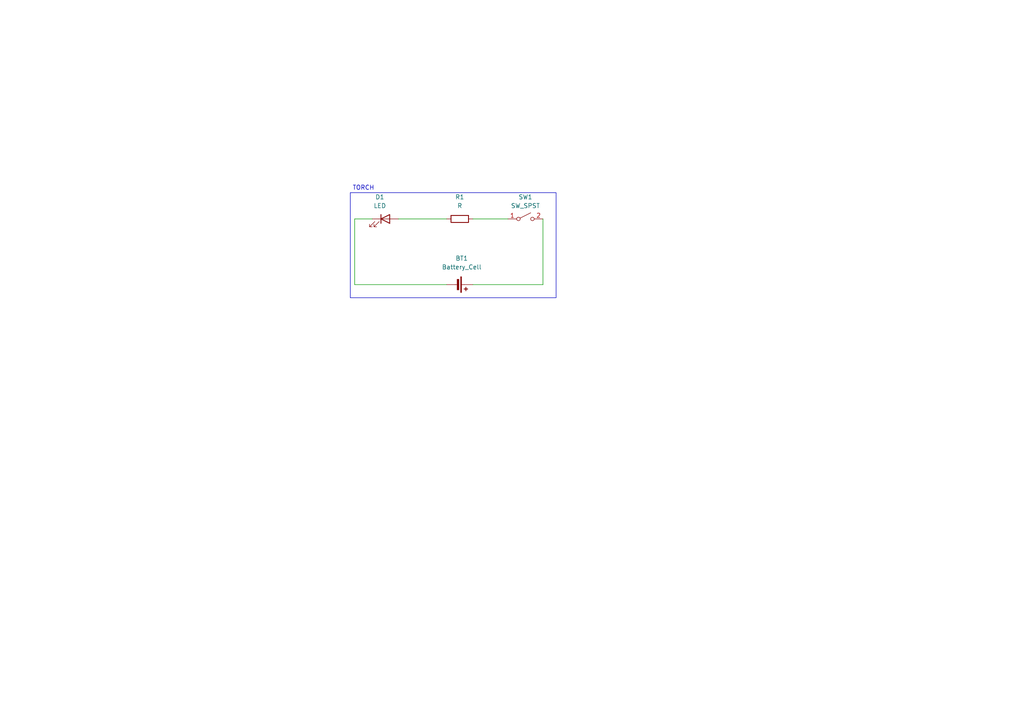
<source format=kicad_sch>
(kicad_sch
	(version 20231120)
	(generator "eeschema")
	(generator_version "8.0")
	(uuid "1e647c3e-42f4-4d38-98cb-fb1cddf17ea6")
	(paper "A4")
	(title_block
		(title "Torch 1")
		(date "18/4/25")
		(company "from udemy")
	)
	(lib_symbols
		(symbol "Device:Battery_Cell"
			(pin_numbers hide)
			(pin_names
				(offset 0) hide)
			(exclude_from_sim no)
			(in_bom yes)
			(on_board yes)
			(property "Reference" "BT"
				(at 2.54 2.54 0)
				(effects
					(font
						(size 1.27 1.27)
					)
					(justify left)
				)
			)
			(property "Value" "Battery_Cell"
				(at 2.54 0 0)
				(effects
					(font
						(size 1.27 1.27)
					)
					(justify left)
				)
			)
			(property "Footprint" ""
				(at 0 1.524 90)
				(effects
					(font
						(size 1.27 1.27)
					)
					(hide yes)
				)
			)
			(property "Datasheet" "~"
				(at 0 1.524 90)
				(effects
					(font
						(size 1.27 1.27)
					)
					(hide yes)
				)
			)
			(property "Description" "Single-cell battery"
				(at 0 0 0)
				(effects
					(font
						(size 1.27 1.27)
					)
					(hide yes)
				)
			)
			(property "ki_keywords" "battery cell"
				(at 0 0 0)
				(effects
					(font
						(size 1.27 1.27)
					)
					(hide yes)
				)
			)
			(symbol "Battery_Cell_0_1"
				(rectangle
					(start -2.286 1.778)
					(end 2.286 1.524)
					(stroke
						(width 0)
						(type default)
					)
					(fill
						(type outline)
					)
				)
				(rectangle
					(start -1.524 1.016)
					(end 1.524 0.508)
					(stroke
						(width 0)
						(type default)
					)
					(fill
						(type outline)
					)
				)
				(polyline
					(pts
						(xy 0 0.762) (xy 0 0)
					)
					(stroke
						(width 0)
						(type default)
					)
					(fill
						(type none)
					)
				)
				(polyline
					(pts
						(xy 0 1.778) (xy 0 2.54)
					)
					(stroke
						(width 0)
						(type default)
					)
					(fill
						(type none)
					)
				)
				(polyline
					(pts
						(xy 0.762 3.048) (xy 1.778 3.048)
					)
					(stroke
						(width 0.254)
						(type default)
					)
					(fill
						(type none)
					)
				)
				(polyline
					(pts
						(xy 1.27 3.556) (xy 1.27 2.54)
					)
					(stroke
						(width 0.254)
						(type default)
					)
					(fill
						(type none)
					)
				)
			)
			(symbol "Battery_Cell_1_1"
				(pin passive line
					(at 0 5.08 270)
					(length 2.54)
					(name "+"
						(effects
							(font
								(size 1.27 1.27)
							)
						)
					)
					(number "1"
						(effects
							(font
								(size 1.27 1.27)
							)
						)
					)
				)
				(pin passive line
					(at 0 -2.54 90)
					(length 2.54)
					(name "-"
						(effects
							(font
								(size 1.27 1.27)
							)
						)
					)
					(number "2"
						(effects
							(font
								(size 1.27 1.27)
							)
						)
					)
				)
			)
		)
		(symbol "Device:LED"
			(pin_numbers hide)
			(pin_names
				(offset 1.016) hide)
			(exclude_from_sim no)
			(in_bom yes)
			(on_board yes)
			(property "Reference" "D"
				(at 0 2.54 0)
				(effects
					(font
						(size 1.27 1.27)
					)
				)
			)
			(property "Value" "LED"
				(at 0 -2.54 0)
				(effects
					(font
						(size 1.27 1.27)
					)
				)
			)
			(property "Footprint" ""
				(at 0 0 0)
				(effects
					(font
						(size 1.27 1.27)
					)
					(hide yes)
				)
			)
			(property "Datasheet" "~"
				(at 0 0 0)
				(effects
					(font
						(size 1.27 1.27)
					)
					(hide yes)
				)
			)
			(property "Description" "Light emitting diode"
				(at 0 0 0)
				(effects
					(font
						(size 1.27 1.27)
					)
					(hide yes)
				)
			)
			(property "ki_keywords" "LED diode"
				(at 0 0 0)
				(effects
					(font
						(size 1.27 1.27)
					)
					(hide yes)
				)
			)
			(property "ki_fp_filters" "LED* LED_SMD:* LED_THT:*"
				(at 0 0 0)
				(effects
					(font
						(size 1.27 1.27)
					)
					(hide yes)
				)
			)
			(symbol "LED_0_1"
				(polyline
					(pts
						(xy -1.27 -1.27) (xy -1.27 1.27)
					)
					(stroke
						(width 0.254)
						(type default)
					)
					(fill
						(type none)
					)
				)
				(polyline
					(pts
						(xy -1.27 0) (xy 1.27 0)
					)
					(stroke
						(width 0)
						(type default)
					)
					(fill
						(type none)
					)
				)
				(polyline
					(pts
						(xy 1.27 -1.27) (xy 1.27 1.27) (xy -1.27 0) (xy 1.27 -1.27)
					)
					(stroke
						(width 0.254)
						(type default)
					)
					(fill
						(type none)
					)
				)
				(polyline
					(pts
						(xy -3.048 -0.762) (xy -4.572 -2.286) (xy -3.81 -2.286) (xy -4.572 -2.286) (xy -4.572 -1.524)
					)
					(stroke
						(width 0)
						(type default)
					)
					(fill
						(type none)
					)
				)
				(polyline
					(pts
						(xy -1.778 -0.762) (xy -3.302 -2.286) (xy -2.54 -2.286) (xy -3.302 -2.286) (xy -3.302 -1.524)
					)
					(stroke
						(width 0)
						(type default)
					)
					(fill
						(type none)
					)
				)
			)
			(symbol "LED_1_1"
				(pin passive line
					(at -3.81 0 0)
					(length 2.54)
					(name "K"
						(effects
							(font
								(size 1.27 1.27)
							)
						)
					)
					(number "1"
						(effects
							(font
								(size 1.27 1.27)
							)
						)
					)
				)
				(pin passive line
					(at 3.81 0 180)
					(length 2.54)
					(name "A"
						(effects
							(font
								(size 1.27 1.27)
							)
						)
					)
					(number "2"
						(effects
							(font
								(size 1.27 1.27)
							)
						)
					)
				)
			)
		)
		(symbol "Device:R"
			(pin_numbers hide)
			(pin_names
				(offset 0)
			)
			(exclude_from_sim no)
			(in_bom yes)
			(on_board yes)
			(property "Reference" "R"
				(at 2.032 0 90)
				(effects
					(font
						(size 1.27 1.27)
					)
				)
			)
			(property "Value" "R"
				(at 0 0 90)
				(effects
					(font
						(size 1.27 1.27)
					)
				)
			)
			(property "Footprint" ""
				(at -1.778 0 90)
				(effects
					(font
						(size 1.27 1.27)
					)
					(hide yes)
				)
			)
			(property "Datasheet" "~"
				(at 0 0 0)
				(effects
					(font
						(size 1.27 1.27)
					)
					(hide yes)
				)
			)
			(property "Description" "Resistor"
				(at 0 0 0)
				(effects
					(font
						(size 1.27 1.27)
					)
					(hide yes)
				)
			)
			(property "ki_keywords" "R res resistor"
				(at 0 0 0)
				(effects
					(font
						(size 1.27 1.27)
					)
					(hide yes)
				)
			)
			(property "ki_fp_filters" "R_*"
				(at 0 0 0)
				(effects
					(font
						(size 1.27 1.27)
					)
					(hide yes)
				)
			)
			(symbol "R_0_1"
				(rectangle
					(start -1.016 -2.54)
					(end 1.016 2.54)
					(stroke
						(width 0.254)
						(type default)
					)
					(fill
						(type none)
					)
				)
			)
			(symbol "R_1_1"
				(pin passive line
					(at 0 3.81 270)
					(length 1.27)
					(name "~"
						(effects
							(font
								(size 1.27 1.27)
							)
						)
					)
					(number "1"
						(effects
							(font
								(size 1.27 1.27)
							)
						)
					)
				)
				(pin passive line
					(at 0 -3.81 90)
					(length 1.27)
					(name "~"
						(effects
							(font
								(size 1.27 1.27)
							)
						)
					)
					(number "2"
						(effects
							(font
								(size 1.27 1.27)
							)
						)
					)
				)
			)
		)
		(symbol "Switch:SW_SPST"
			(pin_names
				(offset 0) hide)
			(exclude_from_sim no)
			(in_bom yes)
			(on_board yes)
			(property "Reference" "SW"
				(at 0 3.175 0)
				(effects
					(font
						(size 1.27 1.27)
					)
				)
			)
			(property "Value" "SW_SPST"
				(at 0 -2.54 0)
				(effects
					(font
						(size 1.27 1.27)
					)
				)
			)
			(property "Footprint" ""
				(at 0 0 0)
				(effects
					(font
						(size 1.27 1.27)
					)
					(hide yes)
				)
			)
			(property "Datasheet" "~"
				(at 0 0 0)
				(effects
					(font
						(size 1.27 1.27)
					)
					(hide yes)
				)
			)
			(property "Description" "Single Pole Single Throw (SPST) switch"
				(at 0 0 0)
				(effects
					(font
						(size 1.27 1.27)
					)
					(hide yes)
				)
			)
			(property "ki_keywords" "switch lever"
				(at 0 0 0)
				(effects
					(font
						(size 1.27 1.27)
					)
					(hide yes)
				)
			)
			(symbol "SW_SPST_0_0"
				(circle
					(center -2.032 0)
					(radius 0.508)
					(stroke
						(width 0)
						(type default)
					)
					(fill
						(type none)
					)
				)
				(polyline
					(pts
						(xy -1.524 0.254) (xy 1.524 1.778)
					)
					(stroke
						(width 0)
						(type default)
					)
					(fill
						(type none)
					)
				)
				(circle
					(center 2.032 0)
					(radius 0.508)
					(stroke
						(width 0)
						(type default)
					)
					(fill
						(type none)
					)
				)
			)
			(symbol "SW_SPST_1_1"
				(pin passive line
					(at -5.08 0 0)
					(length 2.54)
					(name "A"
						(effects
							(font
								(size 1.27 1.27)
							)
						)
					)
					(number "1"
						(effects
							(font
								(size 1.27 1.27)
							)
						)
					)
				)
				(pin passive line
					(at 5.08 0 180)
					(length 2.54)
					(name "B"
						(effects
							(font
								(size 1.27 1.27)
							)
						)
					)
					(number "2"
						(effects
							(font
								(size 1.27 1.27)
							)
						)
					)
				)
			)
		)
	)
	(wire
		(pts
			(xy 157.48 82.55) (xy 137.16 82.55)
		)
		(stroke
			(width 0)
			(type default)
		)
		(uuid "22ec4f17-5fe1-4dd8-94a7-e5e2f7f6a3e0")
	)
	(wire
		(pts
			(xy 102.87 82.55) (xy 129.54 82.55)
		)
		(stroke
			(width 0)
			(type default)
		)
		(uuid "47d792c9-b271-43bd-beeb-5c04fcf4f5ad")
	)
	(wire
		(pts
			(xy 157.48 63.5) (xy 157.48 82.55)
		)
		(stroke
			(width 0)
			(type default)
		)
		(uuid "60cccb92-c4fc-4b4d-901e-e1c04e96e75d")
	)
	(wire
		(pts
			(xy 137.16 63.5) (xy 147.32 63.5)
		)
		(stroke
			(width 0)
			(type default)
		)
		(uuid "779bca4b-ef19-41e6-b25f-e1c19f22046c")
	)
	(wire
		(pts
			(xy 102.87 63.5) (xy 102.87 82.55)
		)
		(stroke
			(width 0)
			(type default)
		)
		(uuid "8aaa3a5b-ca0b-4df6-947b-278b23305153")
	)
	(wire
		(pts
			(xy 115.57 63.5) (xy 129.54 63.5)
		)
		(stroke
			(width 0)
			(type default)
		)
		(uuid "d4b86233-046b-45be-b43d-790a5fb41c80")
	)
	(wire
		(pts
			(xy 107.95 63.5) (xy 102.87 63.5)
		)
		(stroke
			(width 0)
			(type default)
		)
		(uuid "dcf8538c-8e78-452b-8d8c-4a5628d0ddd4")
	)
	(text_box ""
		(exclude_from_sim no)
		(at 101.6 55.88 0)
		(size 59.69 30.48)
		(stroke
			(width 0)
			(type default)
		)
		(fill
			(type none)
		)
		(effects
			(font
				(size 1.27 1.27)
			)
			(justify left top)
		)
		(uuid "801aad17-74a3-40c6-b98d-d1d44c4514b7")
	)
	(text "TORCH"
		(exclude_from_sim no)
		(at 105.41 54.61 0)
		(effects
			(font
				(size 1.27 1.27)
			)
		)
		(uuid "9158b2a8-9cc0-4558-8885-9e1fb245da53")
	)
	(symbol
		(lib_id "Device:Battery_Cell")
		(at 132.08 82.55 270)
		(unit 1)
		(exclude_from_sim no)
		(in_bom yes)
		(on_board yes)
		(dnp no)
		(fields_autoplaced yes)
		(uuid "097a3cfb-2099-4e0e-ac57-46284f560f5d")
		(property "Reference" "BT1"
			(at 133.9215 74.93 90)
			(effects
				(font
					(size 1.27 1.27)
				)
			)
		)
		(property "Value" "Battery_Cell"
			(at 133.9215 77.47 90)
			(effects
				(font
					(size 1.27 1.27)
				)
			)
		)
		(property "Footprint" "Battery:BatteryHolder_Keystone_1058_1x2032"
			(at 133.604 82.55 90)
			(effects
				(font
					(size 1.27 1.27)
				)
				(hide yes)
			)
		)
		(property "Datasheet" "~"
			(at 133.604 82.55 90)
			(effects
				(font
					(size 1.27 1.27)
				)
				(hide yes)
			)
		)
		(property "Description" "Single-cell battery"
			(at 132.08 82.55 0)
			(effects
				(font
					(size 1.27 1.27)
				)
				(hide yes)
			)
		)
		(pin "2"
			(uuid "585f226b-4c59-4bba-a234-fe138bff9d1a")
		)
		(pin "1"
			(uuid "1f29f544-5183-4b81-bec0-83159e798adc")
		)
		(instances
			(project ""
				(path "/1e647c3e-42f4-4d38-98cb-fb1cddf17ea6"
					(reference "BT1")
					(unit 1)
				)
			)
		)
	)
	(symbol
		(lib_id "Device:LED")
		(at 111.76 63.5 0)
		(unit 1)
		(exclude_from_sim no)
		(in_bom yes)
		(on_board yes)
		(dnp no)
		(fields_autoplaced yes)
		(uuid "185c31be-7847-4350-a984-54936dfc6ddf")
		(property "Reference" "D1"
			(at 110.1725 57.15 0)
			(effects
				(font
					(size 1.27 1.27)
				)
			)
		)
		(property "Value" "LED"
			(at 110.1725 59.69 0)
			(effects
				(font
					(size 1.27 1.27)
				)
			)
		)
		(property "Footprint" "LED_THT:LED_D3.0mm"
			(at 111.76 63.5 0)
			(effects
				(font
					(size 1.27 1.27)
				)
				(hide yes)
			)
		)
		(property "Datasheet" "~"
			(at 111.76 63.5 0)
			(effects
				(font
					(size 1.27 1.27)
				)
				(hide yes)
			)
		)
		(property "Description" "Light emitting diode"
			(at 111.76 63.5 0)
			(effects
				(font
					(size 1.27 1.27)
				)
				(hide yes)
			)
		)
		(pin "1"
			(uuid "7f4c24fb-a791-41cf-8775-a8bc564b1fe3")
		)
		(pin "2"
			(uuid "aee590fe-aaa6-43cf-9da2-c522f4b45cf7")
		)
		(instances
			(project ""
				(path "/1e647c3e-42f4-4d38-98cb-fb1cddf17ea6"
					(reference "D1")
					(unit 1)
				)
			)
		)
	)
	(symbol
		(lib_id "Device:R")
		(at 133.35 63.5 90)
		(unit 1)
		(exclude_from_sim no)
		(in_bom yes)
		(on_board yes)
		(dnp no)
		(fields_autoplaced yes)
		(uuid "52f88f87-e2a5-49e8-8afe-a1162cad4661")
		(property "Reference" "R1"
			(at 133.35 57.15 90)
			(effects
				(font
					(size 1.27 1.27)
				)
			)
		)
		(property "Value" "R"
			(at 133.35 59.69 90)
			(effects
				(font
					(size 1.27 1.27)
				)
			)
		)
		(property "Footprint" "Resistor_THT:R_Axial_DIN0204_L3.6mm_D1.6mm_P7.62mm_Horizontal"
			(at 133.35 65.278 90)
			(effects
				(font
					(size 1.27 1.27)
				)
				(hide yes)
			)
		)
		(property "Datasheet" "~"
			(at 133.35 63.5 0)
			(effects
				(font
					(size 1.27 1.27)
				)
				(hide yes)
			)
		)
		(property "Description" "Resistor"
			(at 133.35 63.5 0)
			(effects
				(font
					(size 1.27 1.27)
				)
				(hide yes)
			)
		)
		(pin "2"
			(uuid "f915da5b-a7b5-4ac5-990a-eeee6534b436")
		)
		(pin "1"
			(uuid "95e94dc1-b256-49ba-8cbc-4ddd36f32244")
		)
		(instances
			(project ""
				(path "/1e647c3e-42f4-4d38-98cb-fb1cddf17ea6"
					(reference "R1")
					(unit 1)
				)
			)
		)
	)
	(symbol
		(lib_id "Switch:SW_SPST")
		(at 152.4 63.5 0)
		(unit 1)
		(exclude_from_sim no)
		(in_bom yes)
		(on_board yes)
		(dnp no)
		(fields_autoplaced yes)
		(uuid "75cd257d-9f3e-4372-966f-4938f7514206")
		(property "Reference" "SW1"
			(at 152.4 57.15 0)
			(effects
				(font
					(size 1.27 1.27)
				)
			)
		)
		(property "Value" "SW_SPST"
			(at 152.4 59.69 0)
			(effects
				(font
					(size 1.27 1.27)
				)
			)
		)
		(property "Footprint" "Button_Switch_THT:SW_SPST_Omron_B3F-40xx"
			(at 152.4 63.5 0)
			(effects
				(font
					(size 1.27 1.27)
				)
				(hide yes)
			)
		)
		(property "Datasheet" "~"
			(at 152.4 63.5 0)
			(effects
				(font
					(size 1.27 1.27)
				)
				(hide yes)
			)
		)
		(property "Description" "Single Pole Single Throw (SPST) switch"
			(at 152.4 63.5 0)
			(effects
				(font
					(size 1.27 1.27)
				)
				(hide yes)
			)
		)
		(pin "2"
			(uuid "7a05b4bb-f1fe-4e62-8920-3b8f53798d20")
		)
		(pin "1"
			(uuid "7dde156e-681d-4f2c-802b-2573a5d63b03")
		)
		(instances
			(project ""
				(path "/1e647c3e-42f4-4d38-98cb-fb1cddf17ea6"
					(reference "SW1")
					(unit 1)
				)
			)
		)
	)
	(sheet_instances
		(path "/"
			(page "1")
		)
	)
)

</source>
